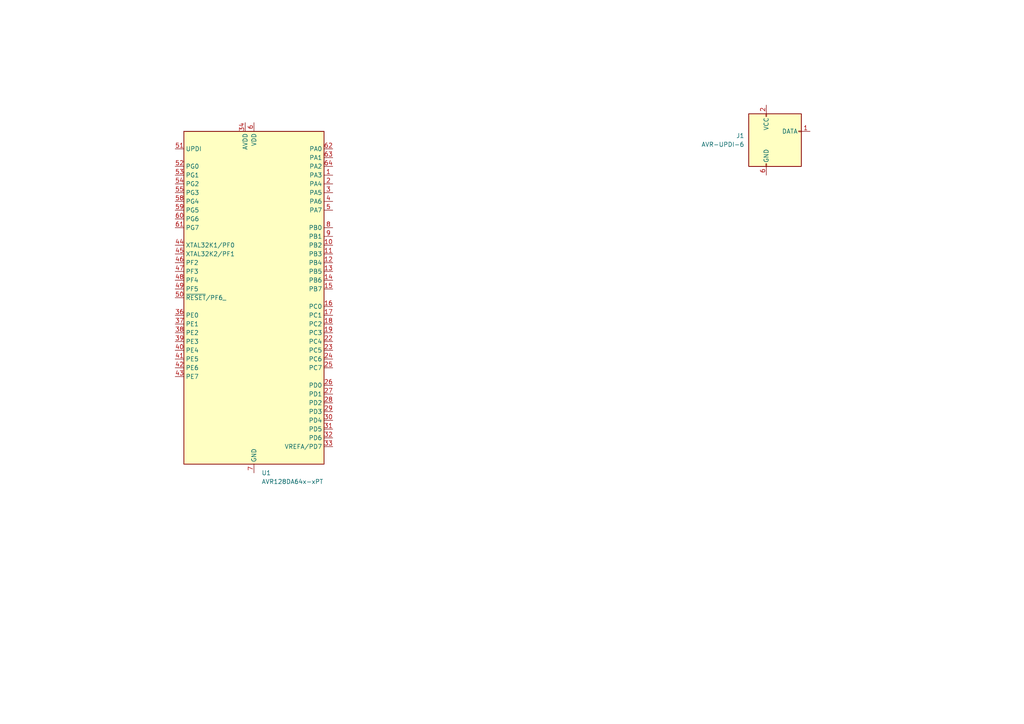
<source format=kicad_sch>
(kicad_sch (version 20231120) (generator "eeschema") (generator_version "8.0")
  (paper "A4")
  (title_block (date "2024-04-02") (rev "v1.0"))
  (lib_symbols
    (symbol "Connector:AVR-UPDI-6" (pin_names (offset 1.016))
      (property "Reference" "J" (at -6.35 8.89 0))
      (property "Value" "AVR-UPDI-6" (at 0 8.89 0))
      (symbol "AVR-UPDI-6_0_1"
        (rectangle (start -2.667 -6.858) (end -2.413 -7.62))
        (rectangle (start -2.667 7.62) (end -2.413 6.858))
        (rectangle (start 7.62 2.667) (end 6.858 2.413))
        (rectangle (start 7.62 7.62) (end -7.62 -7.62) (stroke (width 0.254)) (fill (type background)))
      )
      (symbol "AVR-UPDI-6_1_1"
        (pin passive line (at 10.16 2.54 180) (length 2.54) (name "DATA") (number "1"))
        (pin passive line (at -2.54 10.16 270) (length 2.54) (name "VCC") (number "2"))
        (pin no_connect line (at 7.62 0 180) (length 2.54) hide (name "NC") (number "3"))
        (pin no_connect line (at 7.62 -2.54 180) (length 2.54) hide (name "NC") (number "4"))
        (pin no_connect line (at 7.62 -5.08 180) (length 2.54) hide (name "NC") (number "5"))
        (pin passive line (at -2.54 -10.16 90) (length 2.54) (name "GND") (number "6"))
      )
    )
    (symbol "MCU_Microchip_AVR_Dx:AVR128DA64x-xPT"
      (property "Reference" "U" (at -20.32 49.53 0))
      (property "Value" "AVR128DA64x-xPT" (at 5.08 -49.53 0))
      (symbol "AVR128DA64x-xPT_0_1"
        (rectangle (start -20.32 48.26) (end 20.32 -48.26) (stroke (width 0.254)) (fill (type background)))
      )
      (symbol "AVR128DA64x-xPT_1_1"
        (pin bidirectional line (at 22.86 35.56 180) (length 2.54) (name "PA3") (number "1"))
        (pin bidirectional line (at 22.86 15.24 180) (length 2.54) (name "PB2") (number "10"))
        (pin bidirectional line (at 22.86 12.7 180) (length 2.54) (name "PB3") (number "11"))
        (pin bidirectional line (at 22.86 10.16 180) (length 2.54) (name "PB4") (number "12"))
        (pin bidirectional line (at 22.86 7.62 180) (length 2.54) (name "PB5") (number "13"))
        (pin bidirectional line (at 22.86 5.08 180) (length 2.54) (name "PB6") (number "14"))
        (pin bidirectional line (at 22.86 2.54 180) (length 2.54) (name "PB7") (number "15"))
        (pin bidirectional line (at 22.86 -2.54 180) (length 2.54) (name "PC0") (number "16"))
        (pin bidirectional line (at 22.86 -5.08 180) (length 2.54) (name "PC1") (number "17"))
        (pin bidirectional line (at 22.86 -7.62 180) (length 2.54) (name "PC2") (number "18"))
        (pin bidirectional line (at 22.86 -10.16 180) (length 2.54) (name "PC3") (number "19"))
        (pin bidirectional line (at 22.86 33.02 180) (length 2.54) (name "PA4") (number "2"))
        (pin passive line (at 0 50.8 270) (length 2.54) hide (name "VDD") (number "20"))
        (pin passive line (at 0 -50.8 90) (length 2.54) hide (name "GND") (number "21"))
        (pin bidirectional line (at 22.86 -12.7 180) (length 2.54) (name "PC4") (number "22"))
        (pin bidirectional line (at 22.86 -15.24 180) (length 2.54) (name "PC5") (number "23"))
        (pin bidirectional line (at 22.86 -17.78 180) (length 2.54) (name "PC6") (number "24"))
        (pin bidirectional line (at 22.86 -20.32 180) (length 2.54) (name "PC7") (number "25"))
        (pin bidirectional line (at 22.86 -25.4 180) (length 2.54) (name "PD0") (number "26"))
        (pin bidirectional line (at 22.86 -27.94 180) (length 2.54) (name "PD1") (number "27"))
        (pin bidirectional line (at 22.86 -30.48 180) (length 2.54) (name "PD2") (number "28"))
        (pin bidirectional line (at 22.86 -33.02 180) (length 2.54) (name "PD3") (number "29"))
        (pin bidirectional line (at 22.86 30.48 180) (length 2.54) (name "PA5") (number "3"))
        (pin bidirectional line (at 22.86 -35.56 180) (length 2.54) (name "PD4") (number "30"))
        (pin bidirectional line (at 22.86 -38.1 180) (length 2.54) (name "PD5") (number "31"))
        (pin bidirectional line (at 22.86 -40.64 180) (length 2.54) (name "PD6") (number "32"))
        (pin bidirectional line (at 22.86 -43.18 180) (length 2.54) (name "VREFA/PD7") (number "33"))
        (pin power_in line (at -2.54 50.8 270) (length 2.54) (name "AVDD") (number "34"))
        (pin passive line (at 0 -50.8 90) (length 2.54) hide (name "GND") (number "35"))
        (pin bidirectional line (at -22.86 -5.08 0) (length 2.54) (name "PE0") (number "36"))
        (pin bidirectional line (at -22.86 -7.62 0) (length 2.54) (name "PE1") (number "37"))
        (pin bidirectional line (at -22.86 -10.16 0) (length 2.54) (name "PE2") (number "38"))
        (pin bidirectional line (at -22.86 -12.7 0) (length 2.54) (name "PE3") (number "39"))
        (pin bidirectional line (at 22.86 27.94 180) (length 2.54) (name "PA6") (number "4"))
        (pin bidirectional line (at -22.86 -15.24 0) (length 2.54) (name "PE4") (number "40"))
        (pin bidirectional line (at -22.86 -17.78 0) (length 2.54) (name "PE5") (number "41"))
        (pin bidirectional line (at -22.86 -20.32 0) (length 2.54) (name "PE6") (number "42"))
        (pin bidirectional line (at -22.86 -22.86 0) (length 2.54) (name "PE7") (number "43"))
        (pin bidirectional line (at -22.86 15.24 0) (length 2.54) (name "XTAL32K1/PF0") (number "44"))
        (pin bidirectional line (at -22.86 12.7 0) (length 2.54) (name "XTAL32K2/PF1") (number "45"))
        (pin bidirectional line (at -22.86 10.16 0) (length 2.54) (name "PF2") (number "46"))
        (pin bidirectional line (at -22.86 7.62 0) (length 2.54) (name "PF3") (number "47"))
        (pin bidirectional line (at -22.86 5.08 0) (length 2.54) (name "PF4") (number "48"))
        (pin bidirectional line (at -22.86 2.54 0) (length 2.54) (name "PF5") (number "49"))
        (pin bidirectional line (at 22.86 25.4 180) (length 2.54) (name "PA7") (number "5"))
        (pin bidirectional line (at -22.86 0 0) (length 2.54) (name "~{RESET}/PF6_") (number "50"))
        (pin input line (at -22.86 43.18 0) (length 2.54) (name "UPDI") (number "51"))
        (pin bidirectional line (at -22.86 38.1 0) (length 2.54) (name "PG0") (number "52"))
        (pin bidirectional line (at -22.86 35.56 0) (length 2.54) (name "PG1") (number "53"))
        (pin bidirectional line (at -22.86 33.02 0) (length 2.54) (name "PG2") (number "54"))
        (pin bidirectional line (at -22.86 30.48 0) (length 2.54) (name "PG3") (number "55"))
        (pin passive line (at 0 50.8 270) (length 2.54) hide (name "VDD") (number "56"))
        (pin passive line (at 0 -50.8 90) (length 2.54) hide (name "GND") (number "57"))
        (pin bidirectional line (at -22.86 27.94 0) (length 2.54) (name "PG4") (number "58"))
        (pin bidirectional line (at -22.86 25.4 0) (length 2.54) (name "PG5") (number "59"))
        (pin power_in line (at 0 50.8 270) (length 2.54) (name "VDD") (number "6"))
        (pin bidirectional line (at -22.86 22.86 0) (length 2.54) (name "PG6") (number "60"))
        (pin bidirectional line (at -22.86 20.32 0) (length 2.54) (name "PG7") (number "61"))
        (pin bidirectional line (at 22.86 43.18 180) (length 2.54) (name "PA0") (number "62"))
        (pin bidirectional line (at 22.86 40.64 180) (length 2.54) (name "PA1") (number "63"))
        (pin bidirectional line (at 22.86 38.1 180) (length 2.54) (name "PA2") (number "64"))
        (pin power_in line (at 0 -50.8 90) (length 2.54) (name "GND") (number "7"))
        (pin bidirectional line (at 22.86 20.32 180) (length 2.54) (name "PB0") (number "8"))
        (pin bidirectional line (at 22.86 17.78 180) (length 2.54) (name "PB1") (number "9"))
      )
    )
  )
  (symbol (lib_id "Connector:AVR-UPDI-6") (at 224.79 40.64 0) (unit 1)
    (property "Reference" "J1" (at 215.9 39.3699 0) (effects (justify right)))
    (property "Value" "AVR-UPDI-6" (at 215.9 41.9099 0) (effects (justify right)))
    (property "Datasheet" "https://www.microchip.com/webdoc/GUID-9D10622A-5C16-4405-B092-1BDD437B4976/index.html?GUID-9B349315-2842-4189-B88C-49F4E1055D7F" (effects (hide yes)))
    (property "Description" "Atmel 6-pin UPDI connector" (effects (hide yes)))
  )
  (symbol (lib_id "MCU_Microchip_AVR_Dx:AVR128DA64x-xPT") (at 73.66 86.36 0) (unit 1)
    (property "Reference" "U1" (at 75.8541 137.16 0) (effects (justify left)))
    (property "Value" "AVR128DA64x-xPT" (at 75.8541 139.7 0) (effects (justify left)))
    (property "Footprint" "Package_QFP:TQFP-64_10x10mm_P0.5mm" (effects (hide yes)))
    (property "Datasheet" "https://ww1.microchip.com/downloads/en/DeviceDoc/AVR128DA28-32-48-64-DataSheet-DS40002183B.pdf" (effects (hide yes)))
    (property "Description" "24MHz, 128kB Flash, 16kB SRAM, EEPROM with Touch Sensing, TQFP-64" (effects (hide yes)))
  )
)
</source>
